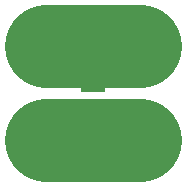
<source format=gbl>
%TF.GenerationSoftware,KiCad,Pcbnew,4.0.5-e0-6337~49~ubuntu16.04.1*%
%TF.CreationDate,2017-02-14T01:06:31-08:00*%
%TF.ProjectId,2x2-LED-TH-2.54mm-Pitch,3278322D4C45442D54482D322E35346D,1.0*%
%TF.FileFunction,Copper,L2,Bot,Signal*%
%FSLAX46Y46*%
G04 Gerber Fmt 4.6, Leading zero omitted, Abs format (unit mm)*
G04 Created by KiCad (PCBNEW 4.0.5-e0-6337~49~ubuntu16.04.1) date Tue Feb 14 01:06:31 2017*
%MOMM*%
%LPD*%
G01*
G04 APERTURE LIST*
%ADD10C,0.350000*%
%ADD11C,2.000000*%
%ADD12C,7.000000*%
%ADD13R,2.000000X1.900000*%
%ADD14C,1.900000*%
%ADD15C,6.000000*%
%ADD16C,0.350000*%
G04 APERTURE END LIST*
D10*
D11*
X28816800Y-49232200D02*
X28816800Y-48132200D01*
D12*
X32816800Y-46432200D02*
X24816800Y-46432200D01*
X32816800Y-54432200D02*
X24816800Y-54432200D01*
D11*
X28816800Y-53082200D02*
X28816800Y-51982200D01*
D13*
X28816800Y-49432200D03*
D14*
X28816800Y-51972200D03*
D15*
X24816800Y-54432200D03*
X24816800Y-46432200D03*
X32816800Y-46432200D03*
X32816800Y-54432200D03*
D16*
X28816800Y-49432200D03*
X28816800Y-51972200D03*
X24816800Y-54432200D03*
X24816800Y-46432200D03*
X32816800Y-46432200D03*
X32816800Y-54432200D03*
M02*

</source>
